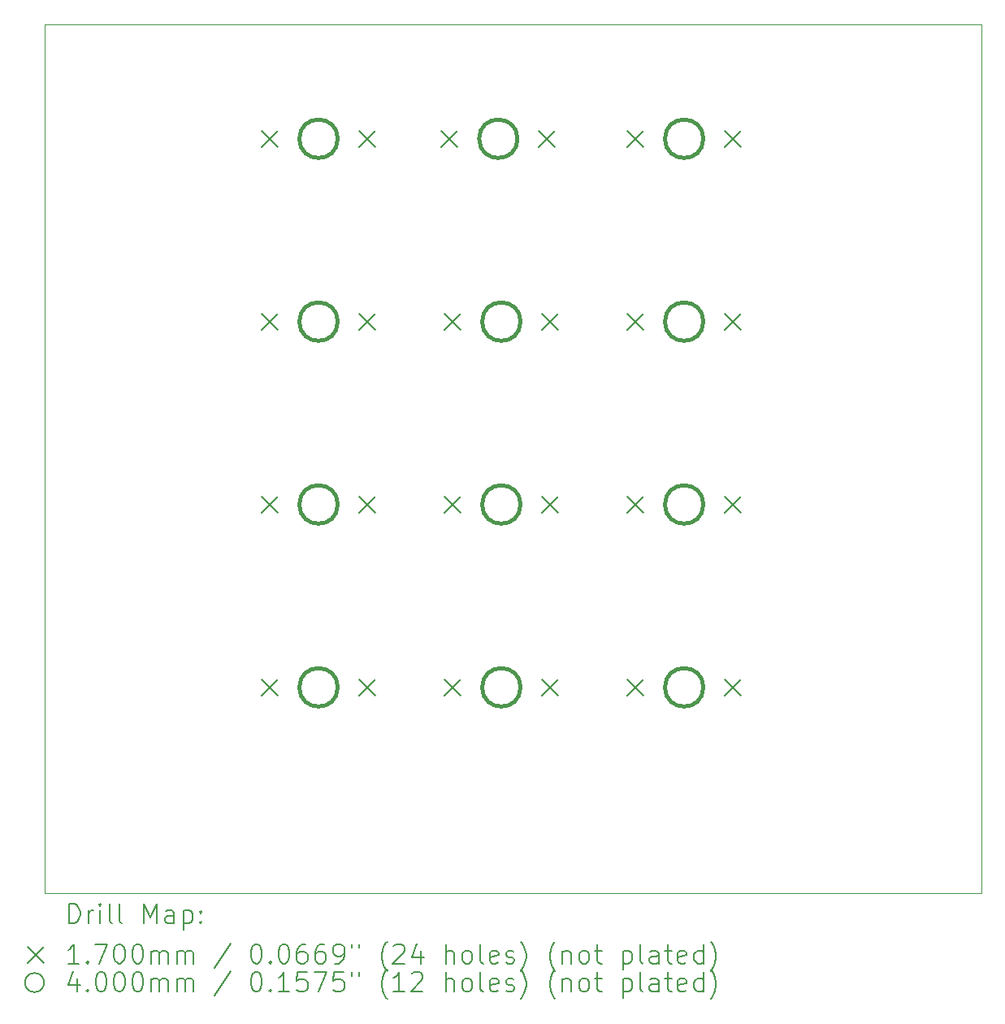
<source format=gbr>
%TF.GenerationSoftware,KiCad,Pcbnew,8.0.8*%
%TF.CreationDate,2025-03-22T19:21:23-07:00*%
%TF.ProjectId,Turtlepad Fixed,54757274-6c65-4706-9164-204669786564,rev?*%
%TF.SameCoordinates,Original*%
%TF.FileFunction,Drillmap*%
%TF.FilePolarity,Positive*%
%FSLAX45Y45*%
G04 Gerber Fmt 4.5, Leading zero omitted, Abs format (unit mm)*
G04 Created by KiCad (PCBNEW 8.0.8) date 2025-03-22 19:21:23*
%MOMM*%
%LPD*%
G01*
G04 APERTURE LIST*
%ADD10C,0.050000*%
%ADD11C,0.200000*%
%ADD12C,0.170000*%
%ADD13C,0.400000*%
G04 APERTURE END LIST*
D10*
X6191250Y-4286250D02*
X15954375Y-4286250D01*
X15954375Y-13335000D01*
X6191250Y-13335000D01*
X6191250Y-4286250D01*
D11*
D12*
X8455750Y-5391875D02*
X8625750Y-5561875D01*
X8625750Y-5391875D02*
X8455750Y-5561875D01*
X8455750Y-7296875D02*
X8625750Y-7466875D01*
X8625750Y-7296875D02*
X8455750Y-7466875D01*
X8455750Y-9201875D02*
X8625750Y-9371875D01*
X8625750Y-9201875D02*
X8455750Y-9371875D01*
X8455750Y-11106875D02*
X8625750Y-11276875D01*
X8625750Y-11106875D02*
X8455750Y-11276875D01*
X9471750Y-5391875D02*
X9641750Y-5561875D01*
X9641750Y-5391875D02*
X9471750Y-5561875D01*
X9471750Y-7296875D02*
X9641750Y-7466875D01*
X9641750Y-7296875D02*
X9471750Y-7466875D01*
X9471750Y-9201875D02*
X9641750Y-9371875D01*
X9641750Y-9201875D02*
X9471750Y-9371875D01*
X9471750Y-11106875D02*
X9641750Y-11276875D01*
X9641750Y-11106875D02*
X9471750Y-11276875D01*
X10329000Y-5391875D02*
X10499000Y-5561875D01*
X10499000Y-5391875D02*
X10329000Y-5561875D01*
X10360750Y-7296875D02*
X10530750Y-7466875D01*
X10530750Y-7296875D02*
X10360750Y-7466875D01*
X10360750Y-9201875D02*
X10530750Y-9371875D01*
X10530750Y-9201875D02*
X10360750Y-9371875D01*
X10360750Y-11106875D02*
X10530750Y-11276875D01*
X10530750Y-11106875D02*
X10360750Y-11276875D01*
X11345000Y-5391875D02*
X11515000Y-5561875D01*
X11515000Y-5391875D02*
X11345000Y-5561875D01*
X11376750Y-7296875D02*
X11546750Y-7466875D01*
X11546750Y-7296875D02*
X11376750Y-7466875D01*
X11376750Y-9201875D02*
X11546750Y-9371875D01*
X11546750Y-9201875D02*
X11376750Y-9371875D01*
X11376750Y-11106875D02*
X11546750Y-11276875D01*
X11546750Y-11106875D02*
X11376750Y-11276875D01*
X12265750Y-5391875D02*
X12435750Y-5561875D01*
X12435750Y-5391875D02*
X12265750Y-5561875D01*
X12265750Y-7296875D02*
X12435750Y-7466875D01*
X12435750Y-7296875D02*
X12265750Y-7466875D01*
X12265750Y-9201875D02*
X12435750Y-9371875D01*
X12435750Y-9201875D02*
X12265750Y-9371875D01*
X12265750Y-11106875D02*
X12435750Y-11276875D01*
X12435750Y-11106875D02*
X12265750Y-11276875D01*
X13281750Y-5391875D02*
X13451750Y-5561875D01*
X13451750Y-5391875D02*
X13281750Y-5561875D01*
X13281750Y-7296875D02*
X13451750Y-7466875D01*
X13451750Y-7296875D02*
X13281750Y-7466875D01*
X13281750Y-9201875D02*
X13451750Y-9371875D01*
X13451750Y-9201875D02*
X13281750Y-9371875D01*
X13281750Y-11106875D02*
X13451750Y-11276875D01*
X13451750Y-11106875D02*
X13281750Y-11276875D01*
D13*
X9248750Y-5476875D02*
G75*
G02*
X8848750Y-5476875I-200000J0D01*
G01*
X8848750Y-5476875D02*
G75*
G02*
X9248750Y-5476875I200000J0D01*
G01*
X9248750Y-7381875D02*
G75*
G02*
X8848750Y-7381875I-200000J0D01*
G01*
X8848750Y-7381875D02*
G75*
G02*
X9248750Y-7381875I200000J0D01*
G01*
X9248750Y-9286875D02*
G75*
G02*
X8848750Y-9286875I-200000J0D01*
G01*
X8848750Y-9286875D02*
G75*
G02*
X9248750Y-9286875I200000J0D01*
G01*
X9248750Y-11191875D02*
G75*
G02*
X8848750Y-11191875I-200000J0D01*
G01*
X8848750Y-11191875D02*
G75*
G02*
X9248750Y-11191875I200000J0D01*
G01*
X11122000Y-5476875D02*
G75*
G02*
X10722000Y-5476875I-200000J0D01*
G01*
X10722000Y-5476875D02*
G75*
G02*
X11122000Y-5476875I200000J0D01*
G01*
X11153750Y-7381875D02*
G75*
G02*
X10753750Y-7381875I-200000J0D01*
G01*
X10753750Y-7381875D02*
G75*
G02*
X11153750Y-7381875I200000J0D01*
G01*
X11153750Y-9286875D02*
G75*
G02*
X10753750Y-9286875I-200000J0D01*
G01*
X10753750Y-9286875D02*
G75*
G02*
X11153750Y-9286875I200000J0D01*
G01*
X11153750Y-11191875D02*
G75*
G02*
X10753750Y-11191875I-200000J0D01*
G01*
X10753750Y-11191875D02*
G75*
G02*
X11153750Y-11191875I200000J0D01*
G01*
X13058750Y-5476875D02*
G75*
G02*
X12658750Y-5476875I-200000J0D01*
G01*
X12658750Y-5476875D02*
G75*
G02*
X13058750Y-5476875I200000J0D01*
G01*
X13058750Y-7381875D02*
G75*
G02*
X12658750Y-7381875I-200000J0D01*
G01*
X12658750Y-7381875D02*
G75*
G02*
X13058750Y-7381875I200000J0D01*
G01*
X13058750Y-9286875D02*
G75*
G02*
X12658750Y-9286875I-200000J0D01*
G01*
X12658750Y-9286875D02*
G75*
G02*
X13058750Y-9286875I200000J0D01*
G01*
X13058750Y-11191875D02*
G75*
G02*
X12658750Y-11191875I-200000J0D01*
G01*
X12658750Y-11191875D02*
G75*
G02*
X13058750Y-11191875I200000J0D01*
G01*
D11*
X6449527Y-13648984D02*
X6449527Y-13448984D01*
X6449527Y-13448984D02*
X6497146Y-13448984D01*
X6497146Y-13448984D02*
X6525717Y-13458508D01*
X6525717Y-13458508D02*
X6544765Y-13477555D01*
X6544765Y-13477555D02*
X6554289Y-13496603D01*
X6554289Y-13496603D02*
X6563812Y-13534698D01*
X6563812Y-13534698D02*
X6563812Y-13563269D01*
X6563812Y-13563269D02*
X6554289Y-13601365D01*
X6554289Y-13601365D02*
X6544765Y-13620412D01*
X6544765Y-13620412D02*
X6525717Y-13639460D01*
X6525717Y-13639460D02*
X6497146Y-13648984D01*
X6497146Y-13648984D02*
X6449527Y-13648984D01*
X6649527Y-13648984D02*
X6649527Y-13515650D01*
X6649527Y-13553746D02*
X6659051Y-13534698D01*
X6659051Y-13534698D02*
X6668574Y-13525174D01*
X6668574Y-13525174D02*
X6687622Y-13515650D01*
X6687622Y-13515650D02*
X6706670Y-13515650D01*
X6773336Y-13648984D02*
X6773336Y-13515650D01*
X6773336Y-13448984D02*
X6763812Y-13458508D01*
X6763812Y-13458508D02*
X6773336Y-13468031D01*
X6773336Y-13468031D02*
X6782860Y-13458508D01*
X6782860Y-13458508D02*
X6773336Y-13448984D01*
X6773336Y-13448984D02*
X6773336Y-13468031D01*
X6897146Y-13648984D02*
X6878098Y-13639460D01*
X6878098Y-13639460D02*
X6868574Y-13620412D01*
X6868574Y-13620412D02*
X6868574Y-13448984D01*
X7001908Y-13648984D02*
X6982860Y-13639460D01*
X6982860Y-13639460D02*
X6973336Y-13620412D01*
X6973336Y-13620412D02*
X6973336Y-13448984D01*
X7230479Y-13648984D02*
X7230479Y-13448984D01*
X7230479Y-13448984D02*
X7297146Y-13591841D01*
X7297146Y-13591841D02*
X7363812Y-13448984D01*
X7363812Y-13448984D02*
X7363812Y-13648984D01*
X7544765Y-13648984D02*
X7544765Y-13544222D01*
X7544765Y-13544222D02*
X7535241Y-13525174D01*
X7535241Y-13525174D02*
X7516193Y-13515650D01*
X7516193Y-13515650D02*
X7478098Y-13515650D01*
X7478098Y-13515650D02*
X7459051Y-13525174D01*
X7544765Y-13639460D02*
X7525717Y-13648984D01*
X7525717Y-13648984D02*
X7478098Y-13648984D01*
X7478098Y-13648984D02*
X7459051Y-13639460D01*
X7459051Y-13639460D02*
X7449527Y-13620412D01*
X7449527Y-13620412D02*
X7449527Y-13601365D01*
X7449527Y-13601365D02*
X7459051Y-13582317D01*
X7459051Y-13582317D02*
X7478098Y-13572793D01*
X7478098Y-13572793D02*
X7525717Y-13572793D01*
X7525717Y-13572793D02*
X7544765Y-13563269D01*
X7640003Y-13515650D02*
X7640003Y-13715650D01*
X7640003Y-13525174D02*
X7659051Y-13515650D01*
X7659051Y-13515650D02*
X7697146Y-13515650D01*
X7697146Y-13515650D02*
X7716193Y-13525174D01*
X7716193Y-13525174D02*
X7725717Y-13534698D01*
X7725717Y-13534698D02*
X7735241Y-13553746D01*
X7735241Y-13553746D02*
X7735241Y-13610888D01*
X7735241Y-13610888D02*
X7725717Y-13629936D01*
X7725717Y-13629936D02*
X7716193Y-13639460D01*
X7716193Y-13639460D02*
X7697146Y-13648984D01*
X7697146Y-13648984D02*
X7659051Y-13648984D01*
X7659051Y-13648984D02*
X7640003Y-13639460D01*
X7820955Y-13629936D02*
X7830479Y-13639460D01*
X7830479Y-13639460D02*
X7820955Y-13648984D01*
X7820955Y-13648984D02*
X7811432Y-13639460D01*
X7811432Y-13639460D02*
X7820955Y-13629936D01*
X7820955Y-13629936D02*
X7820955Y-13648984D01*
X7820955Y-13525174D02*
X7830479Y-13534698D01*
X7830479Y-13534698D02*
X7820955Y-13544222D01*
X7820955Y-13544222D02*
X7811432Y-13534698D01*
X7811432Y-13534698D02*
X7820955Y-13525174D01*
X7820955Y-13525174D02*
X7820955Y-13544222D01*
D12*
X6018750Y-13892500D02*
X6188750Y-14062500D01*
X6188750Y-13892500D02*
X6018750Y-14062500D01*
D11*
X6554289Y-14068984D02*
X6440003Y-14068984D01*
X6497146Y-14068984D02*
X6497146Y-13868984D01*
X6497146Y-13868984D02*
X6478098Y-13897555D01*
X6478098Y-13897555D02*
X6459051Y-13916603D01*
X6459051Y-13916603D02*
X6440003Y-13926127D01*
X6640003Y-14049936D02*
X6649527Y-14059460D01*
X6649527Y-14059460D02*
X6640003Y-14068984D01*
X6640003Y-14068984D02*
X6630479Y-14059460D01*
X6630479Y-14059460D02*
X6640003Y-14049936D01*
X6640003Y-14049936D02*
X6640003Y-14068984D01*
X6716193Y-13868984D02*
X6849527Y-13868984D01*
X6849527Y-13868984D02*
X6763812Y-14068984D01*
X6963812Y-13868984D02*
X6982860Y-13868984D01*
X6982860Y-13868984D02*
X7001908Y-13878508D01*
X7001908Y-13878508D02*
X7011432Y-13888031D01*
X7011432Y-13888031D02*
X7020955Y-13907079D01*
X7020955Y-13907079D02*
X7030479Y-13945174D01*
X7030479Y-13945174D02*
X7030479Y-13992793D01*
X7030479Y-13992793D02*
X7020955Y-14030888D01*
X7020955Y-14030888D02*
X7011432Y-14049936D01*
X7011432Y-14049936D02*
X7001908Y-14059460D01*
X7001908Y-14059460D02*
X6982860Y-14068984D01*
X6982860Y-14068984D02*
X6963812Y-14068984D01*
X6963812Y-14068984D02*
X6944765Y-14059460D01*
X6944765Y-14059460D02*
X6935241Y-14049936D01*
X6935241Y-14049936D02*
X6925717Y-14030888D01*
X6925717Y-14030888D02*
X6916193Y-13992793D01*
X6916193Y-13992793D02*
X6916193Y-13945174D01*
X6916193Y-13945174D02*
X6925717Y-13907079D01*
X6925717Y-13907079D02*
X6935241Y-13888031D01*
X6935241Y-13888031D02*
X6944765Y-13878508D01*
X6944765Y-13878508D02*
X6963812Y-13868984D01*
X7154289Y-13868984D02*
X7173336Y-13868984D01*
X7173336Y-13868984D02*
X7192384Y-13878508D01*
X7192384Y-13878508D02*
X7201908Y-13888031D01*
X7201908Y-13888031D02*
X7211432Y-13907079D01*
X7211432Y-13907079D02*
X7220955Y-13945174D01*
X7220955Y-13945174D02*
X7220955Y-13992793D01*
X7220955Y-13992793D02*
X7211432Y-14030888D01*
X7211432Y-14030888D02*
X7201908Y-14049936D01*
X7201908Y-14049936D02*
X7192384Y-14059460D01*
X7192384Y-14059460D02*
X7173336Y-14068984D01*
X7173336Y-14068984D02*
X7154289Y-14068984D01*
X7154289Y-14068984D02*
X7135241Y-14059460D01*
X7135241Y-14059460D02*
X7125717Y-14049936D01*
X7125717Y-14049936D02*
X7116193Y-14030888D01*
X7116193Y-14030888D02*
X7106670Y-13992793D01*
X7106670Y-13992793D02*
X7106670Y-13945174D01*
X7106670Y-13945174D02*
X7116193Y-13907079D01*
X7116193Y-13907079D02*
X7125717Y-13888031D01*
X7125717Y-13888031D02*
X7135241Y-13878508D01*
X7135241Y-13878508D02*
X7154289Y-13868984D01*
X7306670Y-14068984D02*
X7306670Y-13935650D01*
X7306670Y-13954698D02*
X7316193Y-13945174D01*
X7316193Y-13945174D02*
X7335241Y-13935650D01*
X7335241Y-13935650D02*
X7363813Y-13935650D01*
X7363813Y-13935650D02*
X7382860Y-13945174D01*
X7382860Y-13945174D02*
X7392384Y-13964222D01*
X7392384Y-13964222D02*
X7392384Y-14068984D01*
X7392384Y-13964222D02*
X7401908Y-13945174D01*
X7401908Y-13945174D02*
X7420955Y-13935650D01*
X7420955Y-13935650D02*
X7449527Y-13935650D01*
X7449527Y-13935650D02*
X7468574Y-13945174D01*
X7468574Y-13945174D02*
X7478098Y-13964222D01*
X7478098Y-13964222D02*
X7478098Y-14068984D01*
X7573336Y-14068984D02*
X7573336Y-13935650D01*
X7573336Y-13954698D02*
X7582860Y-13945174D01*
X7582860Y-13945174D02*
X7601908Y-13935650D01*
X7601908Y-13935650D02*
X7630479Y-13935650D01*
X7630479Y-13935650D02*
X7649527Y-13945174D01*
X7649527Y-13945174D02*
X7659051Y-13964222D01*
X7659051Y-13964222D02*
X7659051Y-14068984D01*
X7659051Y-13964222D02*
X7668574Y-13945174D01*
X7668574Y-13945174D02*
X7687622Y-13935650D01*
X7687622Y-13935650D02*
X7716193Y-13935650D01*
X7716193Y-13935650D02*
X7735241Y-13945174D01*
X7735241Y-13945174D02*
X7744765Y-13964222D01*
X7744765Y-13964222D02*
X7744765Y-14068984D01*
X8135241Y-13859460D02*
X7963813Y-14116603D01*
X8392384Y-13868984D02*
X8411432Y-13868984D01*
X8411432Y-13868984D02*
X8430479Y-13878508D01*
X8430479Y-13878508D02*
X8440003Y-13888031D01*
X8440003Y-13888031D02*
X8449527Y-13907079D01*
X8449527Y-13907079D02*
X8459051Y-13945174D01*
X8459051Y-13945174D02*
X8459051Y-13992793D01*
X8459051Y-13992793D02*
X8449527Y-14030888D01*
X8449527Y-14030888D02*
X8440003Y-14049936D01*
X8440003Y-14049936D02*
X8430479Y-14059460D01*
X8430479Y-14059460D02*
X8411432Y-14068984D01*
X8411432Y-14068984D02*
X8392384Y-14068984D01*
X8392384Y-14068984D02*
X8373336Y-14059460D01*
X8373336Y-14059460D02*
X8363813Y-14049936D01*
X8363813Y-14049936D02*
X8354289Y-14030888D01*
X8354289Y-14030888D02*
X8344765Y-13992793D01*
X8344765Y-13992793D02*
X8344765Y-13945174D01*
X8344765Y-13945174D02*
X8354289Y-13907079D01*
X8354289Y-13907079D02*
X8363813Y-13888031D01*
X8363813Y-13888031D02*
X8373336Y-13878508D01*
X8373336Y-13878508D02*
X8392384Y-13868984D01*
X8544765Y-14049936D02*
X8554289Y-14059460D01*
X8554289Y-14059460D02*
X8544765Y-14068984D01*
X8544765Y-14068984D02*
X8535241Y-14059460D01*
X8535241Y-14059460D02*
X8544765Y-14049936D01*
X8544765Y-14049936D02*
X8544765Y-14068984D01*
X8678098Y-13868984D02*
X8697146Y-13868984D01*
X8697146Y-13868984D02*
X8716194Y-13878508D01*
X8716194Y-13878508D02*
X8725718Y-13888031D01*
X8725718Y-13888031D02*
X8735241Y-13907079D01*
X8735241Y-13907079D02*
X8744765Y-13945174D01*
X8744765Y-13945174D02*
X8744765Y-13992793D01*
X8744765Y-13992793D02*
X8735241Y-14030888D01*
X8735241Y-14030888D02*
X8725718Y-14049936D01*
X8725718Y-14049936D02*
X8716194Y-14059460D01*
X8716194Y-14059460D02*
X8697146Y-14068984D01*
X8697146Y-14068984D02*
X8678098Y-14068984D01*
X8678098Y-14068984D02*
X8659051Y-14059460D01*
X8659051Y-14059460D02*
X8649527Y-14049936D01*
X8649527Y-14049936D02*
X8640003Y-14030888D01*
X8640003Y-14030888D02*
X8630479Y-13992793D01*
X8630479Y-13992793D02*
X8630479Y-13945174D01*
X8630479Y-13945174D02*
X8640003Y-13907079D01*
X8640003Y-13907079D02*
X8649527Y-13888031D01*
X8649527Y-13888031D02*
X8659051Y-13878508D01*
X8659051Y-13878508D02*
X8678098Y-13868984D01*
X8916194Y-13868984D02*
X8878098Y-13868984D01*
X8878098Y-13868984D02*
X8859051Y-13878508D01*
X8859051Y-13878508D02*
X8849527Y-13888031D01*
X8849527Y-13888031D02*
X8830479Y-13916603D01*
X8830479Y-13916603D02*
X8820956Y-13954698D01*
X8820956Y-13954698D02*
X8820956Y-14030888D01*
X8820956Y-14030888D02*
X8830479Y-14049936D01*
X8830479Y-14049936D02*
X8840003Y-14059460D01*
X8840003Y-14059460D02*
X8859051Y-14068984D01*
X8859051Y-14068984D02*
X8897146Y-14068984D01*
X8897146Y-14068984D02*
X8916194Y-14059460D01*
X8916194Y-14059460D02*
X8925718Y-14049936D01*
X8925718Y-14049936D02*
X8935241Y-14030888D01*
X8935241Y-14030888D02*
X8935241Y-13983269D01*
X8935241Y-13983269D02*
X8925718Y-13964222D01*
X8925718Y-13964222D02*
X8916194Y-13954698D01*
X8916194Y-13954698D02*
X8897146Y-13945174D01*
X8897146Y-13945174D02*
X8859051Y-13945174D01*
X8859051Y-13945174D02*
X8840003Y-13954698D01*
X8840003Y-13954698D02*
X8830479Y-13964222D01*
X8830479Y-13964222D02*
X8820956Y-13983269D01*
X9106670Y-13868984D02*
X9068575Y-13868984D01*
X9068575Y-13868984D02*
X9049527Y-13878508D01*
X9049527Y-13878508D02*
X9040003Y-13888031D01*
X9040003Y-13888031D02*
X9020956Y-13916603D01*
X9020956Y-13916603D02*
X9011432Y-13954698D01*
X9011432Y-13954698D02*
X9011432Y-14030888D01*
X9011432Y-14030888D02*
X9020956Y-14049936D01*
X9020956Y-14049936D02*
X9030479Y-14059460D01*
X9030479Y-14059460D02*
X9049527Y-14068984D01*
X9049527Y-14068984D02*
X9087622Y-14068984D01*
X9087622Y-14068984D02*
X9106670Y-14059460D01*
X9106670Y-14059460D02*
X9116194Y-14049936D01*
X9116194Y-14049936D02*
X9125718Y-14030888D01*
X9125718Y-14030888D02*
X9125718Y-13983269D01*
X9125718Y-13983269D02*
X9116194Y-13964222D01*
X9116194Y-13964222D02*
X9106670Y-13954698D01*
X9106670Y-13954698D02*
X9087622Y-13945174D01*
X9087622Y-13945174D02*
X9049527Y-13945174D01*
X9049527Y-13945174D02*
X9030479Y-13954698D01*
X9030479Y-13954698D02*
X9020956Y-13964222D01*
X9020956Y-13964222D02*
X9011432Y-13983269D01*
X9220956Y-14068984D02*
X9259051Y-14068984D01*
X9259051Y-14068984D02*
X9278099Y-14059460D01*
X9278099Y-14059460D02*
X9287622Y-14049936D01*
X9287622Y-14049936D02*
X9306670Y-14021365D01*
X9306670Y-14021365D02*
X9316194Y-13983269D01*
X9316194Y-13983269D02*
X9316194Y-13907079D01*
X9316194Y-13907079D02*
X9306670Y-13888031D01*
X9306670Y-13888031D02*
X9297146Y-13878508D01*
X9297146Y-13878508D02*
X9278099Y-13868984D01*
X9278099Y-13868984D02*
X9240003Y-13868984D01*
X9240003Y-13868984D02*
X9220956Y-13878508D01*
X9220956Y-13878508D02*
X9211432Y-13888031D01*
X9211432Y-13888031D02*
X9201908Y-13907079D01*
X9201908Y-13907079D02*
X9201908Y-13954698D01*
X9201908Y-13954698D02*
X9211432Y-13973746D01*
X9211432Y-13973746D02*
X9220956Y-13983269D01*
X9220956Y-13983269D02*
X9240003Y-13992793D01*
X9240003Y-13992793D02*
X9278099Y-13992793D01*
X9278099Y-13992793D02*
X9297146Y-13983269D01*
X9297146Y-13983269D02*
X9306670Y-13973746D01*
X9306670Y-13973746D02*
X9316194Y-13954698D01*
X9392384Y-13868984D02*
X9392384Y-13907079D01*
X9468575Y-13868984D02*
X9468575Y-13907079D01*
X9763813Y-14145174D02*
X9754289Y-14135650D01*
X9754289Y-14135650D02*
X9735241Y-14107079D01*
X9735241Y-14107079D02*
X9725718Y-14088031D01*
X9725718Y-14088031D02*
X9716194Y-14059460D01*
X9716194Y-14059460D02*
X9706670Y-14011841D01*
X9706670Y-14011841D02*
X9706670Y-13973746D01*
X9706670Y-13973746D02*
X9716194Y-13926127D01*
X9716194Y-13926127D02*
X9725718Y-13897555D01*
X9725718Y-13897555D02*
X9735241Y-13878508D01*
X9735241Y-13878508D02*
X9754289Y-13849936D01*
X9754289Y-13849936D02*
X9763813Y-13840412D01*
X9830480Y-13888031D02*
X9840003Y-13878508D01*
X9840003Y-13878508D02*
X9859051Y-13868984D01*
X9859051Y-13868984D02*
X9906670Y-13868984D01*
X9906670Y-13868984D02*
X9925718Y-13878508D01*
X9925718Y-13878508D02*
X9935241Y-13888031D01*
X9935241Y-13888031D02*
X9944765Y-13907079D01*
X9944765Y-13907079D02*
X9944765Y-13926127D01*
X9944765Y-13926127D02*
X9935241Y-13954698D01*
X9935241Y-13954698D02*
X9820956Y-14068984D01*
X9820956Y-14068984D02*
X9944765Y-14068984D01*
X10116194Y-13935650D02*
X10116194Y-14068984D01*
X10068575Y-13859460D02*
X10020956Y-14002317D01*
X10020956Y-14002317D02*
X10144765Y-14002317D01*
X10373337Y-14068984D02*
X10373337Y-13868984D01*
X10459051Y-14068984D02*
X10459051Y-13964222D01*
X10459051Y-13964222D02*
X10449527Y-13945174D01*
X10449527Y-13945174D02*
X10430480Y-13935650D01*
X10430480Y-13935650D02*
X10401908Y-13935650D01*
X10401908Y-13935650D02*
X10382861Y-13945174D01*
X10382861Y-13945174D02*
X10373337Y-13954698D01*
X10582861Y-14068984D02*
X10563813Y-14059460D01*
X10563813Y-14059460D02*
X10554289Y-14049936D01*
X10554289Y-14049936D02*
X10544765Y-14030888D01*
X10544765Y-14030888D02*
X10544765Y-13973746D01*
X10544765Y-13973746D02*
X10554289Y-13954698D01*
X10554289Y-13954698D02*
X10563813Y-13945174D01*
X10563813Y-13945174D02*
X10582861Y-13935650D01*
X10582861Y-13935650D02*
X10611432Y-13935650D01*
X10611432Y-13935650D02*
X10630480Y-13945174D01*
X10630480Y-13945174D02*
X10640003Y-13954698D01*
X10640003Y-13954698D02*
X10649527Y-13973746D01*
X10649527Y-13973746D02*
X10649527Y-14030888D01*
X10649527Y-14030888D02*
X10640003Y-14049936D01*
X10640003Y-14049936D02*
X10630480Y-14059460D01*
X10630480Y-14059460D02*
X10611432Y-14068984D01*
X10611432Y-14068984D02*
X10582861Y-14068984D01*
X10763813Y-14068984D02*
X10744765Y-14059460D01*
X10744765Y-14059460D02*
X10735242Y-14040412D01*
X10735242Y-14040412D02*
X10735242Y-13868984D01*
X10916194Y-14059460D02*
X10897146Y-14068984D01*
X10897146Y-14068984D02*
X10859051Y-14068984D01*
X10859051Y-14068984D02*
X10840003Y-14059460D01*
X10840003Y-14059460D02*
X10830480Y-14040412D01*
X10830480Y-14040412D02*
X10830480Y-13964222D01*
X10830480Y-13964222D02*
X10840003Y-13945174D01*
X10840003Y-13945174D02*
X10859051Y-13935650D01*
X10859051Y-13935650D02*
X10897146Y-13935650D01*
X10897146Y-13935650D02*
X10916194Y-13945174D01*
X10916194Y-13945174D02*
X10925718Y-13964222D01*
X10925718Y-13964222D02*
X10925718Y-13983269D01*
X10925718Y-13983269D02*
X10830480Y-14002317D01*
X11001908Y-14059460D02*
X11020956Y-14068984D01*
X11020956Y-14068984D02*
X11059051Y-14068984D01*
X11059051Y-14068984D02*
X11078099Y-14059460D01*
X11078099Y-14059460D02*
X11087623Y-14040412D01*
X11087623Y-14040412D02*
X11087623Y-14030888D01*
X11087623Y-14030888D02*
X11078099Y-14011841D01*
X11078099Y-14011841D02*
X11059051Y-14002317D01*
X11059051Y-14002317D02*
X11030480Y-14002317D01*
X11030480Y-14002317D02*
X11011432Y-13992793D01*
X11011432Y-13992793D02*
X11001908Y-13973746D01*
X11001908Y-13973746D02*
X11001908Y-13964222D01*
X11001908Y-13964222D02*
X11011432Y-13945174D01*
X11011432Y-13945174D02*
X11030480Y-13935650D01*
X11030480Y-13935650D02*
X11059051Y-13935650D01*
X11059051Y-13935650D02*
X11078099Y-13945174D01*
X11154289Y-14145174D02*
X11163813Y-14135650D01*
X11163813Y-14135650D02*
X11182861Y-14107079D01*
X11182861Y-14107079D02*
X11192384Y-14088031D01*
X11192384Y-14088031D02*
X11201908Y-14059460D01*
X11201908Y-14059460D02*
X11211432Y-14011841D01*
X11211432Y-14011841D02*
X11211432Y-13973746D01*
X11211432Y-13973746D02*
X11201908Y-13926127D01*
X11201908Y-13926127D02*
X11192384Y-13897555D01*
X11192384Y-13897555D02*
X11182861Y-13878508D01*
X11182861Y-13878508D02*
X11163813Y-13849936D01*
X11163813Y-13849936D02*
X11154289Y-13840412D01*
X11516194Y-14145174D02*
X11506670Y-14135650D01*
X11506670Y-14135650D02*
X11487622Y-14107079D01*
X11487622Y-14107079D02*
X11478099Y-14088031D01*
X11478099Y-14088031D02*
X11468575Y-14059460D01*
X11468575Y-14059460D02*
X11459051Y-14011841D01*
X11459051Y-14011841D02*
X11459051Y-13973746D01*
X11459051Y-13973746D02*
X11468575Y-13926127D01*
X11468575Y-13926127D02*
X11478099Y-13897555D01*
X11478099Y-13897555D02*
X11487622Y-13878508D01*
X11487622Y-13878508D02*
X11506670Y-13849936D01*
X11506670Y-13849936D02*
X11516194Y-13840412D01*
X11592384Y-13935650D02*
X11592384Y-14068984D01*
X11592384Y-13954698D02*
X11601908Y-13945174D01*
X11601908Y-13945174D02*
X11620956Y-13935650D01*
X11620956Y-13935650D02*
X11649527Y-13935650D01*
X11649527Y-13935650D02*
X11668575Y-13945174D01*
X11668575Y-13945174D02*
X11678099Y-13964222D01*
X11678099Y-13964222D02*
X11678099Y-14068984D01*
X11801908Y-14068984D02*
X11782861Y-14059460D01*
X11782861Y-14059460D02*
X11773337Y-14049936D01*
X11773337Y-14049936D02*
X11763813Y-14030888D01*
X11763813Y-14030888D02*
X11763813Y-13973746D01*
X11763813Y-13973746D02*
X11773337Y-13954698D01*
X11773337Y-13954698D02*
X11782861Y-13945174D01*
X11782861Y-13945174D02*
X11801908Y-13935650D01*
X11801908Y-13935650D02*
X11830480Y-13935650D01*
X11830480Y-13935650D02*
X11849527Y-13945174D01*
X11849527Y-13945174D02*
X11859051Y-13954698D01*
X11859051Y-13954698D02*
X11868575Y-13973746D01*
X11868575Y-13973746D02*
X11868575Y-14030888D01*
X11868575Y-14030888D02*
X11859051Y-14049936D01*
X11859051Y-14049936D02*
X11849527Y-14059460D01*
X11849527Y-14059460D02*
X11830480Y-14068984D01*
X11830480Y-14068984D02*
X11801908Y-14068984D01*
X11925718Y-13935650D02*
X12001908Y-13935650D01*
X11954289Y-13868984D02*
X11954289Y-14040412D01*
X11954289Y-14040412D02*
X11963813Y-14059460D01*
X11963813Y-14059460D02*
X11982861Y-14068984D01*
X11982861Y-14068984D02*
X12001908Y-14068984D01*
X12220956Y-13935650D02*
X12220956Y-14135650D01*
X12220956Y-13945174D02*
X12240003Y-13935650D01*
X12240003Y-13935650D02*
X12278099Y-13935650D01*
X12278099Y-13935650D02*
X12297146Y-13945174D01*
X12297146Y-13945174D02*
X12306670Y-13954698D01*
X12306670Y-13954698D02*
X12316194Y-13973746D01*
X12316194Y-13973746D02*
X12316194Y-14030888D01*
X12316194Y-14030888D02*
X12306670Y-14049936D01*
X12306670Y-14049936D02*
X12297146Y-14059460D01*
X12297146Y-14059460D02*
X12278099Y-14068984D01*
X12278099Y-14068984D02*
X12240003Y-14068984D01*
X12240003Y-14068984D02*
X12220956Y-14059460D01*
X12430480Y-14068984D02*
X12411432Y-14059460D01*
X12411432Y-14059460D02*
X12401908Y-14040412D01*
X12401908Y-14040412D02*
X12401908Y-13868984D01*
X12592384Y-14068984D02*
X12592384Y-13964222D01*
X12592384Y-13964222D02*
X12582861Y-13945174D01*
X12582861Y-13945174D02*
X12563813Y-13935650D01*
X12563813Y-13935650D02*
X12525718Y-13935650D01*
X12525718Y-13935650D02*
X12506670Y-13945174D01*
X12592384Y-14059460D02*
X12573337Y-14068984D01*
X12573337Y-14068984D02*
X12525718Y-14068984D01*
X12525718Y-14068984D02*
X12506670Y-14059460D01*
X12506670Y-14059460D02*
X12497146Y-14040412D01*
X12497146Y-14040412D02*
X12497146Y-14021365D01*
X12497146Y-14021365D02*
X12506670Y-14002317D01*
X12506670Y-14002317D02*
X12525718Y-13992793D01*
X12525718Y-13992793D02*
X12573337Y-13992793D01*
X12573337Y-13992793D02*
X12592384Y-13983269D01*
X12659051Y-13935650D02*
X12735242Y-13935650D01*
X12687623Y-13868984D02*
X12687623Y-14040412D01*
X12687623Y-14040412D02*
X12697146Y-14059460D01*
X12697146Y-14059460D02*
X12716194Y-14068984D01*
X12716194Y-14068984D02*
X12735242Y-14068984D01*
X12878099Y-14059460D02*
X12859051Y-14068984D01*
X12859051Y-14068984D02*
X12820956Y-14068984D01*
X12820956Y-14068984D02*
X12801908Y-14059460D01*
X12801908Y-14059460D02*
X12792384Y-14040412D01*
X12792384Y-14040412D02*
X12792384Y-13964222D01*
X12792384Y-13964222D02*
X12801908Y-13945174D01*
X12801908Y-13945174D02*
X12820956Y-13935650D01*
X12820956Y-13935650D02*
X12859051Y-13935650D01*
X12859051Y-13935650D02*
X12878099Y-13945174D01*
X12878099Y-13945174D02*
X12887623Y-13964222D01*
X12887623Y-13964222D02*
X12887623Y-13983269D01*
X12887623Y-13983269D02*
X12792384Y-14002317D01*
X13059051Y-14068984D02*
X13059051Y-13868984D01*
X13059051Y-14059460D02*
X13040004Y-14068984D01*
X13040004Y-14068984D02*
X13001908Y-14068984D01*
X13001908Y-14068984D02*
X12982861Y-14059460D01*
X12982861Y-14059460D02*
X12973337Y-14049936D01*
X12973337Y-14049936D02*
X12963813Y-14030888D01*
X12963813Y-14030888D02*
X12963813Y-13973746D01*
X12963813Y-13973746D02*
X12973337Y-13954698D01*
X12973337Y-13954698D02*
X12982861Y-13945174D01*
X12982861Y-13945174D02*
X13001908Y-13935650D01*
X13001908Y-13935650D02*
X13040004Y-13935650D01*
X13040004Y-13935650D02*
X13059051Y-13945174D01*
X13135242Y-14145174D02*
X13144765Y-14135650D01*
X13144765Y-14135650D02*
X13163813Y-14107079D01*
X13163813Y-14107079D02*
X13173337Y-14088031D01*
X13173337Y-14088031D02*
X13182861Y-14059460D01*
X13182861Y-14059460D02*
X13192384Y-14011841D01*
X13192384Y-14011841D02*
X13192384Y-13973746D01*
X13192384Y-13973746D02*
X13182861Y-13926127D01*
X13182861Y-13926127D02*
X13173337Y-13897555D01*
X13173337Y-13897555D02*
X13163813Y-13878508D01*
X13163813Y-13878508D02*
X13144765Y-13849936D01*
X13144765Y-13849936D02*
X13135242Y-13840412D01*
X6188750Y-14267500D02*
G75*
G02*
X5988750Y-14267500I-100000J0D01*
G01*
X5988750Y-14267500D02*
G75*
G02*
X6188750Y-14267500I100000J0D01*
G01*
X6535241Y-14225650D02*
X6535241Y-14358984D01*
X6487622Y-14149460D02*
X6440003Y-14292317D01*
X6440003Y-14292317D02*
X6563812Y-14292317D01*
X6640003Y-14339936D02*
X6649527Y-14349460D01*
X6649527Y-14349460D02*
X6640003Y-14358984D01*
X6640003Y-14358984D02*
X6630479Y-14349460D01*
X6630479Y-14349460D02*
X6640003Y-14339936D01*
X6640003Y-14339936D02*
X6640003Y-14358984D01*
X6773336Y-14158984D02*
X6792384Y-14158984D01*
X6792384Y-14158984D02*
X6811432Y-14168508D01*
X6811432Y-14168508D02*
X6820955Y-14178031D01*
X6820955Y-14178031D02*
X6830479Y-14197079D01*
X6830479Y-14197079D02*
X6840003Y-14235174D01*
X6840003Y-14235174D02*
X6840003Y-14282793D01*
X6840003Y-14282793D02*
X6830479Y-14320888D01*
X6830479Y-14320888D02*
X6820955Y-14339936D01*
X6820955Y-14339936D02*
X6811432Y-14349460D01*
X6811432Y-14349460D02*
X6792384Y-14358984D01*
X6792384Y-14358984D02*
X6773336Y-14358984D01*
X6773336Y-14358984D02*
X6754289Y-14349460D01*
X6754289Y-14349460D02*
X6744765Y-14339936D01*
X6744765Y-14339936D02*
X6735241Y-14320888D01*
X6735241Y-14320888D02*
X6725717Y-14282793D01*
X6725717Y-14282793D02*
X6725717Y-14235174D01*
X6725717Y-14235174D02*
X6735241Y-14197079D01*
X6735241Y-14197079D02*
X6744765Y-14178031D01*
X6744765Y-14178031D02*
X6754289Y-14168508D01*
X6754289Y-14168508D02*
X6773336Y-14158984D01*
X6963812Y-14158984D02*
X6982860Y-14158984D01*
X6982860Y-14158984D02*
X7001908Y-14168508D01*
X7001908Y-14168508D02*
X7011432Y-14178031D01*
X7011432Y-14178031D02*
X7020955Y-14197079D01*
X7020955Y-14197079D02*
X7030479Y-14235174D01*
X7030479Y-14235174D02*
X7030479Y-14282793D01*
X7030479Y-14282793D02*
X7020955Y-14320888D01*
X7020955Y-14320888D02*
X7011432Y-14339936D01*
X7011432Y-14339936D02*
X7001908Y-14349460D01*
X7001908Y-14349460D02*
X6982860Y-14358984D01*
X6982860Y-14358984D02*
X6963812Y-14358984D01*
X6963812Y-14358984D02*
X6944765Y-14349460D01*
X6944765Y-14349460D02*
X6935241Y-14339936D01*
X6935241Y-14339936D02*
X6925717Y-14320888D01*
X6925717Y-14320888D02*
X6916193Y-14282793D01*
X6916193Y-14282793D02*
X6916193Y-14235174D01*
X6916193Y-14235174D02*
X6925717Y-14197079D01*
X6925717Y-14197079D02*
X6935241Y-14178031D01*
X6935241Y-14178031D02*
X6944765Y-14168508D01*
X6944765Y-14168508D02*
X6963812Y-14158984D01*
X7154289Y-14158984D02*
X7173336Y-14158984D01*
X7173336Y-14158984D02*
X7192384Y-14168508D01*
X7192384Y-14168508D02*
X7201908Y-14178031D01*
X7201908Y-14178031D02*
X7211432Y-14197079D01*
X7211432Y-14197079D02*
X7220955Y-14235174D01*
X7220955Y-14235174D02*
X7220955Y-14282793D01*
X7220955Y-14282793D02*
X7211432Y-14320888D01*
X7211432Y-14320888D02*
X7201908Y-14339936D01*
X7201908Y-14339936D02*
X7192384Y-14349460D01*
X7192384Y-14349460D02*
X7173336Y-14358984D01*
X7173336Y-14358984D02*
X7154289Y-14358984D01*
X7154289Y-14358984D02*
X7135241Y-14349460D01*
X7135241Y-14349460D02*
X7125717Y-14339936D01*
X7125717Y-14339936D02*
X7116193Y-14320888D01*
X7116193Y-14320888D02*
X7106670Y-14282793D01*
X7106670Y-14282793D02*
X7106670Y-14235174D01*
X7106670Y-14235174D02*
X7116193Y-14197079D01*
X7116193Y-14197079D02*
X7125717Y-14178031D01*
X7125717Y-14178031D02*
X7135241Y-14168508D01*
X7135241Y-14168508D02*
X7154289Y-14158984D01*
X7306670Y-14358984D02*
X7306670Y-14225650D01*
X7306670Y-14244698D02*
X7316193Y-14235174D01*
X7316193Y-14235174D02*
X7335241Y-14225650D01*
X7335241Y-14225650D02*
X7363813Y-14225650D01*
X7363813Y-14225650D02*
X7382860Y-14235174D01*
X7382860Y-14235174D02*
X7392384Y-14254222D01*
X7392384Y-14254222D02*
X7392384Y-14358984D01*
X7392384Y-14254222D02*
X7401908Y-14235174D01*
X7401908Y-14235174D02*
X7420955Y-14225650D01*
X7420955Y-14225650D02*
X7449527Y-14225650D01*
X7449527Y-14225650D02*
X7468574Y-14235174D01*
X7468574Y-14235174D02*
X7478098Y-14254222D01*
X7478098Y-14254222D02*
X7478098Y-14358984D01*
X7573336Y-14358984D02*
X7573336Y-14225650D01*
X7573336Y-14244698D02*
X7582860Y-14235174D01*
X7582860Y-14235174D02*
X7601908Y-14225650D01*
X7601908Y-14225650D02*
X7630479Y-14225650D01*
X7630479Y-14225650D02*
X7649527Y-14235174D01*
X7649527Y-14235174D02*
X7659051Y-14254222D01*
X7659051Y-14254222D02*
X7659051Y-14358984D01*
X7659051Y-14254222D02*
X7668574Y-14235174D01*
X7668574Y-14235174D02*
X7687622Y-14225650D01*
X7687622Y-14225650D02*
X7716193Y-14225650D01*
X7716193Y-14225650D02*
X7735241Y-14235174D01*
X7735241Y-14235174D02*
X7744765Y-14254222D01*
X7744765Y-14254222D02*
X7744765Y-14358984D01*
X8135241Y-14149460D02*
X7963813Y-14406603D01*
X8392384Y-14158984D02*
X8411432Y-14158984D01*
X8411432Y-14158984D02*
X8430479Y-14168508D01*
X8430479Y-14168508D02*
X8440003Y-14178031D01*
X8440003Y-14178031D02*
X8449527Y-14197079D01*
X8449527Y-14197079D02*
X8459051Y-14235174D01*
X8459051Y-14235174D02*
X8459051Y-14282793D01*
X8459051Y-14282793D02*
X8449527Y-14320888D01*
X8449527Y-14320888D02*
X8440003Y-14339936D01*
X8440003Y-14339936D02*
X8430479Y-14349460D01*
X8430479Y-14349460D02*
X8411432Y-14358984D01*
X8411432Y-14358984D02*
X8392384Y-14358984D01*
X8392384Y-14358984D02*
X8373336Y-14349460D01*
X8373336Y-14349460D02*
X8363813Y-14339936D01*
X8363813Y-14339936D02*
X8354289Y-14320888D01*
X8354289Y-14320888D02*
X8344765Y-14282793D01*
X8344765Y-14282793D02*
X8344765Y-14235174D01*
X8344765Y-14235174D02*
X8354289Y-14197079D01*
X8354289Y-14197079D02*
X8363813Y-14178031D01*
X8363813Y-14178031D02*
X8373336Y-14168508D01*
X8373336Y-14168508D02*
X8392384Y-14158984D01*
X8544765Y-14339936D02*
X8554289Y-14349460D01*
X8554289Y-14349460D02*
X8544765Y-14358984D01*
X8544765Y-14358984D02*
X8535241Y-14349460D01*
X8535241Y-14349460D02*
X8544765Y-14339936D01*
X8544765Y-14339936D02*
X8544765Y-14358984D01*
X8744765Y-14358984D02*
X8630479Y-14358984D01*
X8687622Y-14358984D02*
X8687622Y-14158984D01*
X8687622Y-14158984D02*
X8668575Y-14187555D01*
X8668575Y-14187555D02*
X8649527Y-14206603D01*
X8649527Y-14206603D02*
X8630479Y-14216127D01*
X8925718Y-14158984D02*
X8830479Y-14158984D01*
X8830479Y-14158984D02*
X8820956Y-14254222D01*
X8820956Y-14254222D02*
X8830479Y-14244698D01*
X8830479Y-14244698D02*
X8849527Y-14235174D01*
X8849527Y-14235174D02*
X8897146Y-14235174D01*
X8897146Y-14235174D02*
X8916194Y-14244698D01*
X8916194Y-14244698D02*
X8925718Y-14254222D01*
X8925718Y-14254222D02*
X8935241Y-14273269D01*
X8935241Y-14273269D02*
X8935241Y-14320888D01*
X8935241Y-14320888D02*
X8925718Y-14339936D01*
X8925718Y-14339936D02*
X8916194Y-14349460D01*
X8916194Y-14349460D02*
X8897146Y-14358984D01*
X8897146Y-14358984D02*
X8849527Y-14358984D01*
X8849527Y-14358984D02*
X8830479Y-14349460D01*
X8830479Y-14349460D02*
X8820956Y-14339936D01*
X9001908Y-14158984D02*
X9135241Y-14158984D01*
X9135241Y-14158984D02*
X9049527Y-14358984D01*
X9306670Y-14158984D02*
X9211432Y-14158984D01*
X9211432Y-14158984D02*
X9201908Y-14254222D01*
X9201908Y-14254222D02*
X9211432Y-14244698D01*
X9211432Y-14244698D02*
X9230479Y-14235174D01*
X9230479Y-14235174D02*
X9278099Y-14235174D01*
X9278099Y-14235174D02*
X9297146Y-14244698D01*
X9297146Y-14244698D02*
X9306670Y-14254222D01*
X9306670Y-14254222D02*
X9316194Y-14273269D01*
X9316194Y-14273269D02*
X9316194Y-14320888D01*
X9316194Y-14320888D02*
X9306670Y-14339936D01*
X9306670Y-14339936D02*
X9297146Y-14349460D01*
X9297146Y-14349460D02*
X9278099Y-14358984D01*
X9278099Y-14358984D02*
X9230479Y-14358984D01*
X9230479Y-14358984D02*
X9211432Y-14349460D01*
X9211432Y-14349460D02*
X9201908Y-14339936D01*
X9392384Y-14158984D02*
X9392384Y-14197079D01*
X9468575Y-14158984D02*
X9468575Y-14197079D01*
X9763813Y-14435174D02*
X9754289Y-14425650D01*
X9754289Y-14425650D02*
X9735241Y-14397079D01*
X9735241Y-14397079D02*
X9725718Y-14378031D01*
X9725718Y-14378031D02*
X9716194Y-14349460D01*
X9716194Y-14349460D02*
X9706670Y-14301841D01*
X9706670Y-14301841D02*
X9706670Y-14263746D01*
X9706670Y-14263746D02*
X9716194Y-14216127D01*
X9716194Y-14216127D02*
X9725718Y-14187555D01*
X9725718Y-14187555D02*
X9735241Y-14168508D01*
X9735241Y-14168508D02*
X9754289Y-14139936D01*
X9754289Y-14139936D02*
X9763813Y-14130412D01*
X9944765Y-14358984D02*
X9830480Y-14358984D01*
X9887622Y-14358984D02*
X9887622Y-14158984D01*
X9887622Y-14158984D02*
X9868575Y-14187555D01*
X9868575Y-14187555D02*
X9849527Y-14206603D01*
X9849527Y-14206603D02*
X9830480Y-14216127D01*
X10020956Y-14178031D02*
X10030480Y-14168508D01*
X10030480Y-14168508D02*
X10049527Y-14158984D01*
X10049527Y-14158984D02*
X10097146Y-14158984D01*
X10097146Y-14158984D02*
X10116194Y-14168508D01*
X10116194Y-14168508D02*
X10125718Y-14178031D01*
X10125718Y-14178031D02*
X10135241Y-14197079D01*
X10135241Y-14197079D02*
X10135241Y-14216127D01*
X10135241Y-14216127D02*
X10125718Y-14244698D01*
X10125718Y-14244698D02*
X10011432Y-14358984D01*
X10011432Y-14358984D02*
X10135241Y-14358984D01*
X10373337Y-14358984D02*
X10373337Y-14158984D01*
X10459051Y-14358984D02*
X10459051Y-14254222D01*
X10459051Y-14254222D02*
X10449527Y-14235174D01*
X10449527Y-14235174D02*
X10430480Y-14225650D01*
X10430480Y-14225650D02*
X10401908Y-14225650D01*
X10401908Y-14225650D02*
X10382861Y-14235174D01*
X10382861Y-14235174D02*
X10373337Y-14244698D01*
X10582861Y-14358984D02*
X10563813Y-14349460D01*
X10563813Y-14349460D02*
X10554289Y-14339936D01*
X10554289Y-14339936D02*
X10544765Y-14320888D01*
X10544765Y-14320888D02*
X10544765Y-14263746D01*
X10544765Y-14263746D02*
X10554289Y-14244698D01*
X10554289Y-14244698D02*
X10563813Y-14235174D01*
X10563813Y-14235174D02*
X10582861Y-14225650D01*
X10582861Y-14225650D02*
X10611432Y-14225650D01*
X10611432Y-14225650D02*
X10630480Y-14235174D01*
X10630480Y-14235174D02*
X10640003Y-14244698D01*
X10640003Y-14244698D02*
X10649527Y-14263746D01*
X10649527Y-14263746D02*
X10649527Y-14320888D01*
X10649527Y-14320888D02*
X10640003Y-14339936D01*
X10640003Y-14339936D02*
X10630480Y-14349460D01*
X10630480Y-14349460D02*
X10611432Y-14358984D01*
X10611432Y-14358984D02*
X10582861Y-14358984D01*
X10763813Y-14358984D02*
X10744765Y-14349460D01*
X10744765Y-14349460D02*
X10735242Y-14330412D01*
X10735242Y-14330412D02*
X10735242Y-14158984D01*
X10916194Y-14349460D02*
X10897146Y-14358984D01*
X10897146Y-14358984D02*
X10859051Y-14358984D01*
X10859051Y-14358984D02*
X10840003Y-14349460D01*
X10840003Y-14349460D02*
X10830480Y-14330412D01*
X10830480Y-14330412D02*
X10830480Y-14254222D01*
X10830480Y-14254222D02*
X10840003Y-14235174D01*
X10840003Y-14235174D02*
X10859051Y-14225650D01*
X10859051Y-14225650D02*
X10897146Y-14225650D01*
X10897146Y-14225650D02*
X10916194Y-14235174D01*
X10916194Y-14235174D02*
X10925718Y-14254222D01*
X10925718Y-14254222D02*
X10925718Y-14273269D01*
X10925718Y-14273269D02*
X10830480Y-14292317D01*
X11001908Y-14349460D02*
X11020956Y-14358984D01*
X11020956Y-14358984D02*
X11059051Y-14358984D01*
X11059051Y-14358984D02*
X11078099Y-14349460D01*
X11078099Y-14349460D02*
X11087623Y-14330412D01*
X11087623Y-14330412D02*
X11087623Y-14320888D01*
X11087623Y-14320888D02*
X11078099Y-14301841D01*
X11078099Y-14301841D02*
X11059051Y-14292317D01*
X11059051Y-14292317D02*
X11030480Y-14292317D01*
X11030480Y-14292317D02*
X11011432Y-14282793D01*
X11011432Y-14282793D02*
X11001908Y-14263746D01*
X11001908Y-14263746D02*
X11001908Y-14254222D01*
X11001908Y-14254222D02*
X11011432Y-14235174D01*
X11011432Y-14235174D02*
X11030480Y-14225650D01*
X11030480Y-14225650D02*
X11059051Y-14225650D01*
X11059051Y-14225650D02*
X11078099Y-14235174D01*
X11154289Y-14435174D02*
X11163813Y-14425650D01*
X11163813Y-14425650D02*
X11182861Y-14397079D01*
X11182861Y-14397079D02*
X11192384Y-14378031D01*
X11192384Y-14378031D02*
X11201908Y-14349460D01*
X11201908Y-14349460D02*
X11211432Y-14301841D01*
X11211432Y-14301841D02*
X11211432Y-14263746D01*
X11211432Y-14263746D02*
X11201908Y-14216127D01*
X11201908Y-14216127D02*
X11192384Y-14187555D01*
X11192384Y-14187555D02*
X11182861Y-14168508D01*
X11182861Y-14168508D02*
X11163813Y-14139936D01*
X11163813Y-14139936D02*
X11154289Y-14130412D01*
X11516194Y-14435174D02*
X11506670Y-14425650D01*
X11506670Y-14425650D02*
X11487622Y-14397079D01*
X11487622Y-14397079D02*
X11478099Y-14378031D01*
X11478099Y-14378031D02*
X11468575Y-14349460D01*
X11468575Y-14349460D02*
X11459051Y-14301841D01*
X11459051Y-14301841D02*
X11459051Y-14263746D01*
X11459051Y-14263746D02*
X11468575Y-14216127D01*
X11468575Y-14216127D02*
X11478099Y-14187555D01*
X11478099Y-14187555D02*
X11487622Y-14168508D01*
X11487622Y-14168508D02*
X11506670Y-14139936D01*
X11506670Y-14139936D02*
X11516194Y-14130412D01*
X11592384Y-14225650D02*
X11592384Y-14358984D01*
X11592384Y-14244698D02*
X11601908Y-14235174D01*
X11601908Y-14235174D02*
X11620956Y-14225650D01*
X11620956Y-14225650D02*
X11649527Y-14225650D01*
X11649527Y-14225650D02*
X11668575Y-14235174D01*
X11668575Y-14235174D02*
X11678099Y-14254222D01*
X11678099Y-14254222D02*
X11678099Y-14358984D01*
X11801908Y-14358984D02*
X11782861Y-14349460D01*
X11782861Y-14349460D02*
X11773337Y-14339936D01*
X11773337Y-14339936D02*
X11763813Y-14320888D01*
X11763813Y-14320888D02*
X11763813Y-14263746D01*
X11763813Y-14263746D02*
X11773337Y-14244698D01*
X11773337Y-14244698D02*
X11782861Y-14235174D01*
X11782861Y-14235174D02*
X11801908Y-14225650D01*
X11801908Y-14225650D02*
X11830480Y-14225650D01*
X11830480Y-14225650D02*
X11849527Y-14235174D01*
X11849527Y-14235174D02*
X11859051Y-14244698D01*
X11859051Y-14244698D02*
X11868575Y-14263746D01*
X11868575Y-14263746D02*
X11868575Y-14320888D01*
X11868575Y-14320888D02*
X11859051Y-14339936D01*
X11859051Y-14339936D02*
X11849527Y-14349460D01*
X11849527Y-14349460D02*
X11830480Y-14358984D01*
X11830480Y-14358984D02*
X11801908Y-14358984D01*
X11925718Y-14225650D02*
X12001908Y-14225650D01*
X11954289Y-14158984D02*
X11954289Y-14330412D01*
X11954289Y-14330412D02*
X11963813Y-14349460D01*
X11963813Y-14349460D02*
X11982861Y-14358984D01*
X11982861Y-14358984D02*
X12001908Y-14358984D01*
X12220956Y-14225650D02*
X12220956Y-14425650D01*
X12220956Y-14235174D02*
X12240003Y-14225650D01*
X12240003Y-14225650D02*
X12278099Y-14225650D01*
X12278099Y-14225650D02*
X12297146Y-14235174D01*
X12297146Y-14235174D02*
X12306670Y-14244698D01*
X12306670Y-14244698D02*
X12316194Y-14263746D01*
X12316194Y-14263746D02*
X12316194Y-14320888D01*
X12316194Y-14320888D02*
X12306670Y-14339936D01*
X12306670Y-14339936D02*
X12297146Y-14349460D01*
X12297146Y-14349460D02*
X12278099Y-14358984D01*
X12278099Y-14358984D02*
X12240003Y-14358984D01*
X12240003Y-14358984D02*
X12220956Y-14349460D01*
X12430480Y-14358984D02*
X12411432Y-14349460D01*
X12411432Y-14349460D02*
X12401908Y-14330412D01*
X12401908Y-14330412D02*
X12401908Y-14158984D01*
X12592384Y-14358984D02*
X12592384Y-14254222D01*
X12592384Y-14254222D02*
X12582861Y-14235174D01*
X12582861Y-14235174D02*
X12563813Y-14225650D01*
X12563813Y-14225650D02*
X12525718Y-14225650D01*
X12525718Y-14225650D02*
X12506670Y-14235174D01*
X12592384Y-14349460D02*
X12573337Y-14358984D01*
X12573337Y-14358984D02*
X12525718Y-14358984D01*
X12525718Y-14358984D02*
X12506670Y-14349460D01*
X12506670Y-14349460D02*
X12497146Y-14330412D01*
X12497146Y-14330412D02*
X12497146Y-14311365D01*
X12497146Y-14311365D02*
X12506670Y-14292317D01*
X12506670Y-14292317D02*
X12525718Y-14282793D01*
X12525718Y-14282793D02*
X12573337Y-14282793D01*
X12573337Y-14282793D02*
X12592384Y-14273269D01*
X12659051Y-14225650D02*
X12735242Y-14225650D01*
X12687623Y-14158984D02*
X12687623Y-14330412D01*
X12687623Y-14330412D02*
X12697146Y-14349460D01*
X12697146Y-14349460D02*
X12716194Y-14358984D01*
X12716194Y-14358984D02*
X12735242Y-14358984D01*
X12878099Y-14349460D02*
X12859051Y-14358984D01*
X12859051Y-14358984D02*
X12820956Y-14358984D01*
X12820956Y-14358984D02*
X12801908Y-14349460D01*
X12801908Y-14349460D02*
X12792384Y-14330412D01*
X12792384Y-14330412D02*
X12792384Y-14254222D01*
X12792384Y-14254222D02*
X12801908Y-14235174D01*
X12801908Y-14235174D02*
X12820956Y-14225650D01*
X12820956Y-14225650D02*
X12859051Y-14225650D01*
X12859051Y-14225650D02*
X12878099Y-14235174D01*
X12878099Y-14235174D02*
X12887623Y-14254222D01*
X12887623Y-14254222D02*
X12887623Y-14273269D01*
X12887623Y-14273269D02*
X12792384Y-14292317D01*
X13059051Y-14358984D02*
X13059051Y-14158984D01*
X13059051Y-14349460D02*
X13040004Y-14358984D01*
X13040004Y-14358984D02*
X13001908Y-14358984D01*
X13001908Y-14358984D02*
X12982861Y-14349460D01*
X12982861Y-14349460D02*
X12973337Y-14339936D01*
X12973337Y-14339936D02*
X12963813Y-14320888D01*
X12963813Y-14320888D02*
X12963813Y-14263746D01*
X12963813Y-14263746D02*
X12973337Y-14244698D01*
X12973337Y-14244698D02*
X12982861Y-14235174D01*
X12982861Y-14235174D02*
X13001908Y-14225650D01*
X13001908Y-14225650D02*
X13040004Y-14225650D01*
X13040004Y-14225650D02*
X13059051Y-14235174D01*
X13135242Y-14435174D02*
X13144765Y-14425650D01*
X13144765Y-14425650D02*
X13163813Y-14397079D01*
X13163813Y-14397079D02*
X13173337Y-14378031D01*
X13173337Y-14378031D02*
X13182861Y-14349460D01*
X13182861Y-14349460D02*
X13192384Y-14301841D01*
X13192384Y-14301841D02*
X13192384Y-14263746D01*
X13192384Y-14263746D02*
X13182861Y-14216127D01*
X13182861Y-14216127D02*
X13173337Y-14187555D01*
X13173337Y-14187555D02*
X13163813Y-14168508D01*
X13163813Y-14168508D02*
X13144765Y-14139936D01*
X13144765Y-14139936D02*
X13135242Y-14130412D01*
M02*

</source>
